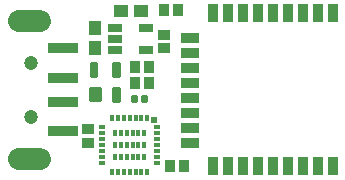
<source format=gbr>
G04 EAGLE Gerber RS-274X export*
G75*
%MOMM*%
%FSLAX34Y34*%
%LPD*%
%INSoldermask Top*%
%IPPOS*%
%AMOC8*
5,1,8,0,0,1.08239X$1,22.5*%
G01*
%ADD10R,0.300000X0.600000*%
%ADD11R,0.600000X0.300000*%
%ADD12R,0.500000X0.500000*%
%ADD13R,1.301600X0.651600*%
%ADD14R,1.101600X1.201600*%
%ADD15R,1.201600X1.101600*%
%ADD16R,1.001600X0.951600*%
%ADD17R,0.812800X1.524000*%
%ADD18R,1.524000X0.812800*%
%ADD19C,0.349309*%
%ADD20C,0.248975*%
%ADD21R,0.951600X1.001600*%
%ADD22C,0.372125*%
%ADD23R,2.601600X0.901600*%
%ADD24C,1.879600*%
%ADD25C,1.201600*%
%ADD26C,0.901600*%


D10*
X207796Y49404D03*
X202796Y49404D03*
X197796Y49404D03*
X192796Y49404D03*
X187796Y49404D03*
X182796Y49404D03*
X177796Y49404D03*
D11*
X169796Y41404D03*
X169796Y36404D03*
X169796Y31404D03*
X169796Y26404D03*
X169796Y21404D03*
X169796Y16404D03*
X169796Y11404D03*
D10*
X177796Y3404D03*
X182796Y3404D03*
X187796Y3404D03*
X192796Y3404D03*
X197796Y3404D03*
X202796Y3404D03*
X207796Y3404D03*
D11*
X215796Y11404D03*
X215796Y16404D03*
X215796Y21404D03*
X215796Y26404D03*
X215796Y31404D03*
X215796Y36404D03*
X215796Y41404D03*
D12*
X213821Y47429D03*
D10*
X205296Y36404D03*
X205296Y26404D03*
X205296Y16404D03*
X200296Y36404D03*
X200296Y26404D03*
X200296Y16404D03*
X195296Y36404D03*
X195296Y26404D03*
X195296Y16404D03*
X190296Y36404D03*
X190296Y26404D03*
X190296Y16404D03*
X185296Y36404D03*
X185296Y26404D03*
X185296Y16404D03*
X180296Y36404D03*
X180296Y26404D03*
X180296Y16404D03*
D13*
X180468Y125506D03*
X180468Y116006D03*
X180468Y106506D03*
X206470Y106506D03*
X206470Y125506D03*
D14*
X163288Y108188D03*
X163288Y125188D03*
D15*
X185306Y139944D03*
X202306Y139944D03*
D16*
X157469Y28026D03*
X157469Y39626D03*
D17*
X262959Y8191D03*
X275659Y8191D03*
X288359Y8191D03*
X301059Y8191D03*
X313759Y8191D03*
X326459Y8191D03*
X339159Y8191D03*
X351859Y8191D03*
D18*
X244169Y28041D03*
X244169Y40741D03*
X244169Y53441D03*
X244169Y66141D03*
X244169Y78841D03*
X244169Y91541D03*
X244169Y104241D03*
D17*
X262959Y138161D03*
X275659Y138161D03*
X288359Y138161D03*
X301059Y138161D03*
X313759Y138161D03*
X326459Y138161D03*
X339159Y138161D03*
X351859Y138161D03*
D18*
X244169Y116941D03*
D17*
X364559Y138161D03*
X364559Y8191D03*
D19*
X167862Y64238D02*
X167862Y74162D01*
X167862Y64238D02*
X160438Y64238D01*
X160438Y74162D01*
X167862Y74162D01*
X167862Y67556D02*
X160438Y67556D01*
X160438Y70874D02*
X167862Y70874D01*
D20*
X183563Y74663D02*
X183563Y63737D01*
X179137Y63737D01*
X179137Y74663D01*
X183563Y74663D01*
X183563Y66102D02*
X179137Y66102D01*
X179137Y68467D02*
X183563Y68467D01*
X183563Y70832D02*
X179137Y70832D01*
X179137Y73197D02*
X183563Y73197D01*
X183563Y84837D02*
X183563Y95763D01*
X183563Y84837D02*
X179137Y84837D01*
X179137Y95763D01*
X183563Y95763D01*
X183563Y87202D02*
X179137Y87202D01*
X179137Y89567D02*
X183563Y89567D01*
X183563Y91932D02*
X179137Y91932D01*
X179137Y94297D02*
X183563Y94297D01*
X164363Y95763D02*
X164363Y84837D01*
X159937Y84837D01*
X159937Y95763D01*
X164363Y95763D01*
X164363Y87202D02*
X159937Y87202D01*
X159937Y89567D02*
X164363Y89567D01*
X164363Y91932D02*
X159937Y91932D01*
X159937Y94297D02*
X164363Y94297D01*
D21*
X209300Y92800D03*
X197700Y92800D03*
X209200Y78950D03*
X197600Y78950D03*
D22*
X203972Y66648D02*
X206668Y66648D01*
X206668Y63352D01*
X203972Y63352D01*
X203972Y66648D01*
X198028Y66648D02*
X195332Y66648D01*
X198028Y66648D02*
X198028Y63352D01*
X195332Y63352D01*
X195332Y66648D01*
D21*
X227100Y9000D03*
X238700Y9000D03*
D16*
X222000Y119800D03*
X222000Y108200D03*
D21*
X233800Y141000D03*
X222200Y141000D03*
D23*
X136500Y83270D03*
X136500Y62730D03*
X136500Y108508D03*
X136500Y38000D03*
D24*
X117190Y131500D02*
X99410Y131500D01*
X99410Y14500D02*
X117190Y14500D01*
D25*
X109000Y95500D03*
X109000Y50500D03*
D26*
X112300Y14500D03*
X116300Y14500D03*
X104300Y14500D03*
X100300Y14500D03*
X112300Y131500D03*
X116300Y131500D03*
X104300Y131500D03*
X100300Y131500D03*
M02*

</source>
